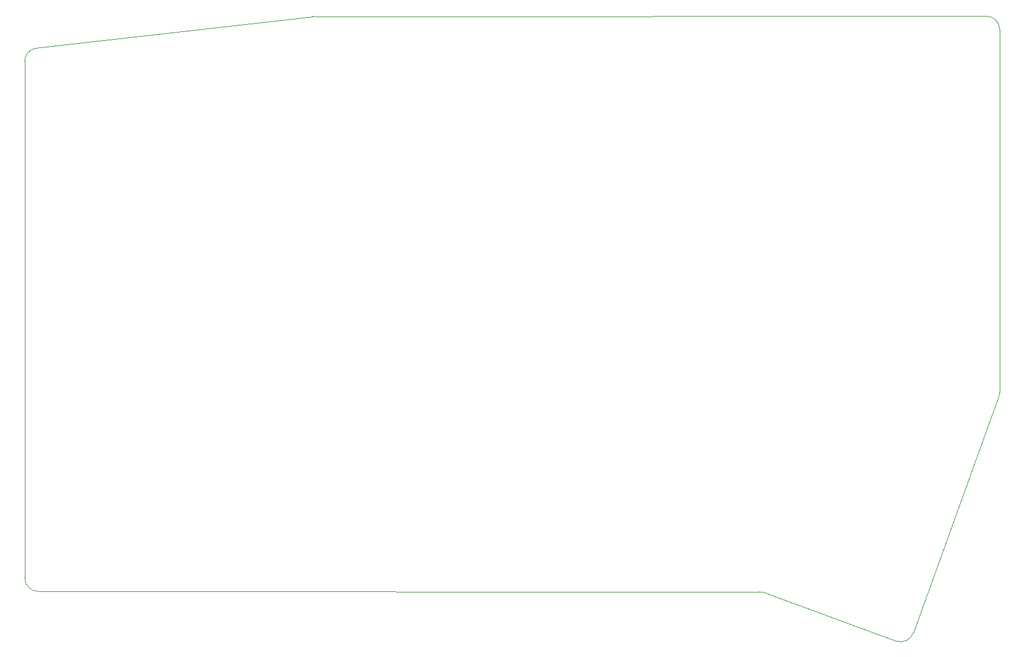
<source format=gbr>
%TF.GenerationSoftware,KiCad,Pcbnew,5.1.6-c6e7f7d~87~ubuntu20.04.1*%
%TF.CreationDate,2020-08-25T07:19:45-05:00*%
%TF.ProjectId,BottomPlate,426f7474-6f6d-4506-9c61-74652e6b6963,rev?*%
%TF.SameCoordinates,Original*%
%TF.FileFunction,Profile,NP*%
%FSLAX46Y46*%
G04 Gerber Fmt 4.6, Leading zero omitted, Abs format (unit mm)*
G04 Created by KiCad (PCBNEW 5.1.6-c6e7f7d~87~ubuntu20.04.1) date 2020-08-25 07:19:45*
%MOMM*%
%LPD*%
G01*
G04 APERTURE LIST*
%TA.AperFunction,Profile*%
%ADD10C,0.100000*%
%TD*%
G04 APERTURE END LIST*
D10*
X87886228Y-45657711D02*
G75*
G02*
X88138000Y-45641000I251772J-1888289D01*
G01*
X48231200Y-50193941D02*
X87886228Y-45657711D01*
X46657000Y-125984000D02*
X46657000Y-52070000D01*
X151765273Y-127968000D02*
G75*
G02*
X152654000Y-128120250I126728J-1930249D01*
G01*
X88138000Y-45641000D02*
X184186000Y-45593000D01*
X185981010Y-100076000D02*
X173735996Y-133858000D01*
X151765273Y-127968000D02*
X48562000Y-127889000D01*
X186091000Y-47498000D02*
X186091000Y-99441000D01*
X48562000Y-127889000D02*
G75*
G02*
X46657000Y-125984000I0J1905000D01*
G01*
X48231200Y-50193941D02*
G75*
G03*
X46657000Y-52070000I330800J-1876059D01*
G01*
X184186000Y-45593000D02*
G75*
G02*
X186091000Y-47498000I0J-1905000D01*
G01*
X171323000Y-135001000D02*
X152654000Y-128120250D01*
X186091000Y-99441000D02*
G75*
G02*
X185981010Y-100076000I-1887990J-1D01*
G01*
X173735996Y-133858000D02*
G75*
G02*
X171323000Y-135001000I-1777998J634998D01*
G01*
M02*

</source>
